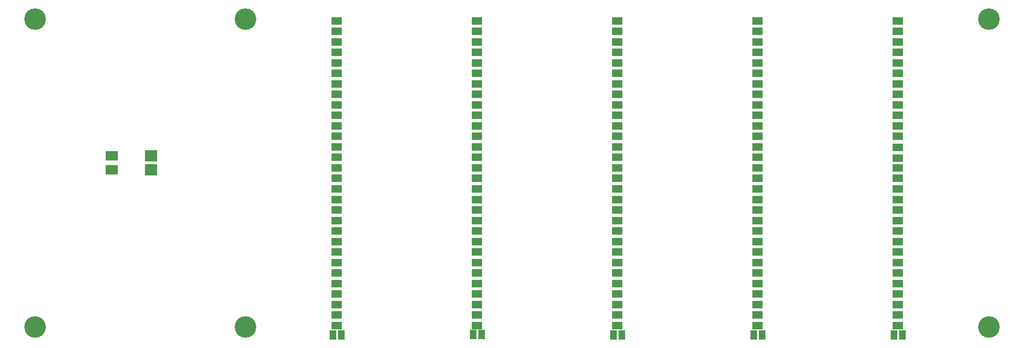
<source format=gts>
G04 (created by PCBNEW-RS274X (2011-05-25)-stable) date Fri 21 Sep 2012 01:46:45 PM PDT*
G01*
G70*
G90*
%MOIN*%
G04 Gerber Fmt 3.4, Leading zero omitted, Abs format*
%FSLAX34Y34*%
G04 APERTURE LIST*
%ADD10C,0.006000*%
%ADD11C,0.153900*%
%ADD12R,0.075000X0.055000*%
%ADD13R,0.090900X0.079100*%
%ADD14R,0.090900X0.067200*%
%ADD15R,0.045000X0.065000*%
G04 APERTURE END LIST*
G54D10*
G54D11*
X20685Y-58055D03*
X35685Y-58055D03*
X88685Y-58055D03*
X88685Y-36039D03*
X35685Y-36039D03*
X20685Y-36039D03*
G54D12*
X42185Y-57179D03*
X42185Y-57929D03*
X42185Y-55678D03*
X42185Y-56428D03*
X42185Y-54177D03*
X42185Y-54927D03*
X42185Y-52676D03*
X42185Y-53426D03*
X42185Y-51175D03*
X42185Y-51925D03*
X42185Y-49674D03*
X42185Y-50424D03*
X42185Y-48173D03*
X42185Y-48923D03*
X42185Y-46672D03*
X42185Y-47422D03*
X42185Y-45171D03*
X42185Y-45921D03*
X42185Y-43670D03*
X42185Y-44420D03*
X42185Y-42169D03*
X42185Y-42919D03*
X42185Y-40668D03*
X42185Y-41418D03*
X42185Y-39167D03*
X42185Y-39917D03*
X42185Y-37666D03*
X42185Y-38416D03*
X42185Y-36165D03*
X42185Y-36915D03*
G54D13*
X28956Y-46791D03*
X28956Y-45807D03*
G54D14*
X26160Y-46791D03*
X26160Y-45807D03*
G54D12*
X82185Y-36165D03*
X82185Y-36915D03*
X72185Y-57179D03*
X72185Y-57929D03*
X72185Y-55678D03*
X72185Y-56428D03*
X72185Y-54177D03*
X72185Y-54927D03*
X72185Y-52676D03*
X72185Y-53426D03*
X72185Y-51175D03*
X72185Y-51925D03*
X72185Y-49674D03*
X72185Y-50424D03*
X72185Y-48173D03*
X72185Y-48923D03*
X72185Y-46672D03*
X72185Y-47422D03*
X72185Y-45171D03*
X72185Y-45921D03*
X72185Y-43670D03*
X72185Y-44420D03*
X72185Y-42169D03*
X72185Y-42919D03*
X72185Y-40668D03*
X72185Y-41418D03*
X72185Y-39167D03*
X72185Y-39917D03*
X82185Y-37666D03*
X82185Y-38416D03*
X82185Y-39167D03*
X82185Y-39917D03*
X82185Y-40668D03*
X82185Y-41418D03*
X82185Y-42169D03*
X82185Y-42919D03*
X82185Y-43670D03*
X82185Y-44420D03*
X82187Y-45220D03*
X82187Y-45970D03*
X82185Y-46672D03*
X82185Y-47422D03*
X82185Y-48173D03*
X82185Y-48923D03*
X82185Y-49674D03*
X82185Y-50424D03*
X82185Y-51175D03*
X82185Y-51925D03*
X82185Y-52676D03*
X82185Y-53426D03*
X82185Y-54177D03*
X82185Y-54927D03*
X82185Y-55678D03*
X82185Y-56428D03*
X82185Y-57179D03*
X82185Y-57929D03*
X52185Y-36165D03*
X52185Y-36915D03*
X52185Y-37666D03*
X52185Y-38416D03*
X52185Y-39167D03*
X52185Y-39917D03*
X52185Y-40668D03*
X52185Y-41418D03*
X52185Y-42169D03*
X52185Y-42919D03*
X52185Y-43670D03*
X52185Y-44420D03*
X52185Y-45171D03*
X52185Y-45921D03*
X52185Y-46672D03*
X52185Y-47422D03*
X52185Y-48173D03*
X52185Y-48923D03*
X52185Y-49674D03*
X52185Y-50424D03*
X52185Y-51175D03*
X52185Y-51925D03*
X52185Y-52676D03*
X52185Y-53426D03*
X52185Y-54177D03*
X52185Y-54927D03*
X52185Y-55678D03*
X52185Y-56428D03*
X52185Y-57179D03*
X52185Y-57929D03*
X62185Y-36165D03*
X62185Y-36915D03*
X62185Y-37666D03*
X62185Y-38416D03*
X62185Y-39167D03*
X62185Y-39917D03*
X62185Y-40668D03*
X62185Y-41418D03*
X62185Y-42169D03*
X62185Y-42919D03*
X62185Y-43670D03*
X62185Y-44420D03*
X62185Y-45171D03*
X62185Y-45921D03*
X62185Y-46672D03*
X62185Y-47422D03*
X62185Y-48173D03*
X62185Y-48923D03*
X62185Y-49674D03*
X62185Y-50424D03*
X62185Y-51175D03*
X62185Y-51925D03*
X62185Y-52676D03*
X62185Y-53426D03*
X62185Y-54177D03*
X62185Y-54927D03*
X62185Y-55678D03*
X62185Y-56428D03*
X62185Y-57179D03*
X62185Y-57929D03*
X72185Y-36165D03*
X72185Y-36915D03*
X72185Y-37666D03*
X72185Y-38416D03*
G54D15*
X42504Y-58622D03*
X41904Y-58622D03*
X51904Y-58583D03*
X52504Y-58583D03*
X62504Y-58622D03*
X61904Y-58622D03*
X72504Y-58622D03*
X71904Y-58622D03*
X81904Y-58622D03*
X82504Y-58622D03*
M02*

</source>
